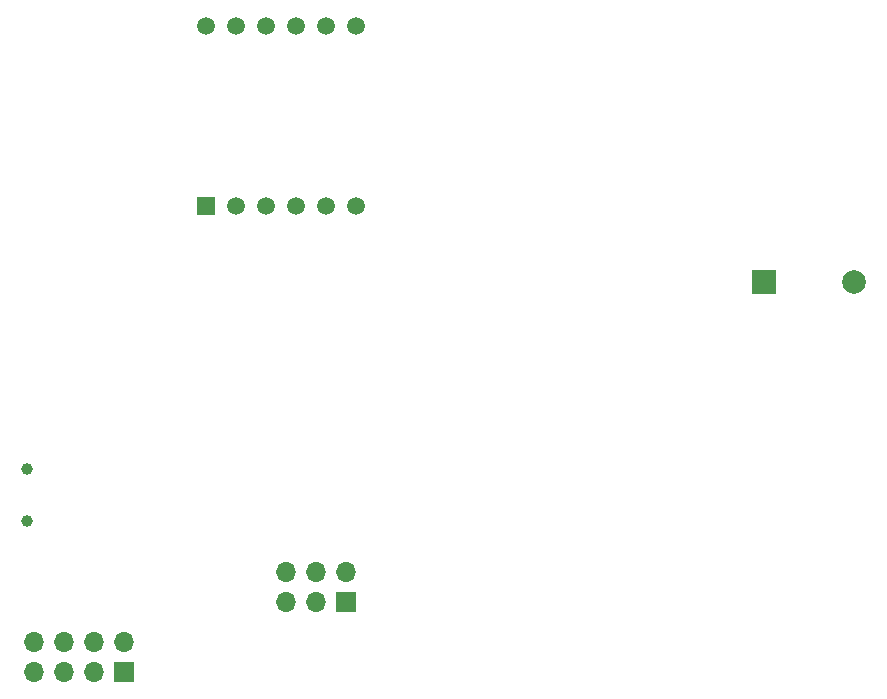
<source format=gbr>
%TF.GenerationSoftware,KiCad,Pcbnew,7.0.1*%
%TF.CreationDate,2023-04-05T02:41:21-06:00*%
%TF.ProjectId,Phase_B_ATMEGA,50686173-655f-4425-9f41-544d4547412e,rev?*%
%TF.SameCoordinates,Original*%
%TF.FileFunction,Soldermask,Bot*%
%TF.FilePolarity,Negative*%
%FSLAX46Y46*%
G04 Gerber Fmt 4.6, Leading zero omitted, Abs format (unit mm)*
G04 Created by KiCad (PCBNEW 7.0.1) date 2023-04-05 02:41:21*
%MOMM*%
%LPD*%
G01*
G04 APERTURE LIST*
%ADD10R,1.700000X1.700000*%
%ADD11O,1.700000X1.700000*%
%ADD12C,1.000000*%
%ADD13R,1.500000X1.500000*%
%ADD14C,1.500000*%
%ADD15R,2.000000X2.000000*%
%ADD16C,2.000000*%
G04 APERTURE END LIST*
D10*
%TO.C,J1*%
X113142000Y-99842000D03*
D11*
X113142000Y-97302000D03*
X110602000Y-99842000D03*
X110602000Y-97302000D03*
X108062000Y-99842000D03*
X108062000Y-97302000D03*
%TD*%
D12*
%TO.C,J2*%
X86162000Y-88600000D03*
X86162000Y-93000000D03*
%TD*%
D13*
%TO.C,U1*%
X101346000Y-66294000D03*
D14*
X103886000Y-66294000D03*
X106426000Y-66294000D03*
X108966000Y-66294000D03*
X111506000Y-66294000D03*
X114046000Y-66294000D03*
X114046000Y-51054000D03*
X111506000Y-51054000D03*
X108966000Y-51054000D03*
X106426000Y-51054000D03*
X103886000Y-51054000D03*
X101346000Y-51054000D03*
%TD*%
D15*
%TO.C,LS1*%
X148600000Y-72771000D03*
D16*
X156200000Y-72771000D03*
%TD*%
D10*
%TO.C,J3*%
X94351000Y-105811000D03*
D11*
X94351000Y-103271000D03*
X91811000Y-105811000D03*
X91811000Y-103271000D03*
X89271000Y-105811000D03*
X89271000Y-103271000D03*
X86731000Y-105811000D03*
X86731000Y-103271000D03*
%TD*%
M02*

</source>
